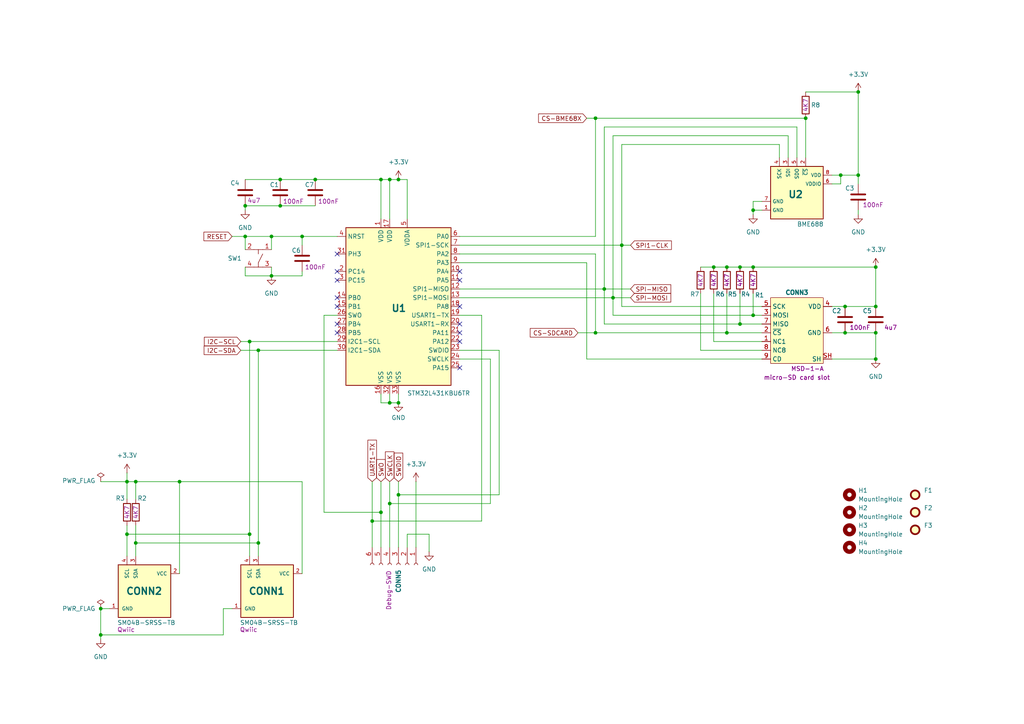
<source format=kicad_sch>
(kicad_sch (version 20231120) (generator "eeschema") (generator_version "8.0")
  (paper "A4")
  (title_block (title "BME688") (date "2024-09-18") (rev "V1") (company "Strooom"))
  (lib_symbols
    (symbol "1GlobalSymbolsLibrary:Switch_434133025816" (pin_names (offset 1.016) hide)
      (symbol "Switch_434133025816_0_1"
        (polyline (pts (xy 0 -1.27) (xy 0 -2.54)))
        (polyline (pts (xy 0 2.54) (xy 0 1.27)))
        (polyline (pts (xy 1.27 -2.54) (xy -1.27 -2.54)))
        (polyline (pts (xy 1.27 1.27) (xy 0 -1.27)))
        (polyline (pts (xy 1.27 2.54) (xy -1.27 2.54)))
      )
      (symbol "Switch_434133025816_1_1"
        (pin passive line (at 3.81 2.54 180) (length 2.54) (name "1") (number "1"))
        (pin passive line (at -3.81 2.54 0) (length 2.54) (name "2") (number "2"))
        (pin passive line (at 3.81 -2.54 180) (length 2.54) (name "3") (number "3"))
        (pin passive line (at -3.81 -2.54 0) (length 2.54) (name "4") (number "4"))
      )
    )
    (symbol "1GlobalSymbolsLibrary:microSdCard"
      (property "Reference" "CONN" (at 0 12.7 0))
      (property "Value" "MSD-1-A" (at 2.54 -10.16 0))
      (property "Description" "micro-SD card slot" (at 0 -12.7 0))
      (symbol "microSdCard_1_1"
        (rectangle (start -7.62 10.16) (end 7.62 -8.89) (fill (type background)))
        (pin input line (at -10.16 -2.54 0) (length 2.54) (name "NC1") (number "1"))
        (pin input line (at -10.16 0 0) (length 2.54) (name "~{CS}") (number "2"))
        (pin input line (at -10.16 5.08 0) (length 2.54) (name "MOSI") (number "3"))
        (pin power_in line (at 10.16 7.62 180) (length 2.54) (name "VDD") (number "4"))
        (pin input line (at -10.16 7.62 0) (length 2.54) (name "SCK") (number "5"))
        (pin power_in line (at 10.16 0 180) (length 2.54) (name "GND") (number "6"))
        (pin output line (at -10.16 2.54 0) (length 2.54) (name "MISO") (number "7"))
        (pin input line (at -10.16 -5.08 0) (length 2.54) (name "NC8") (number "8"))
        (pin output line (at -10.16 -7.62 0) (length 2.54) (name "CD") (number "9"))
        (pin passive line (at 10.16 -7.62 180) (length 2.54) (name "SH") (number "SH"))
      )
    )
    (symbol "1projectLibrary:BME680"
      (property "Reference" "U2" (at 2.032 -0.508 0))
      (property "Value" "BME680" (at 7.747 -9.144 0))
      (symbol "BME680_0_1"
        (rectangle (start -7.62 7.62) (end 7.62 -7.62) (stroke (width 0.254)) (fill (type background)))
      )
      (symbol "BME680_1_1"
        (pin power_in line (at -10.16 -5.08 0) (length 2.54) (name "GND") (number "1"))
        (pin input line (at 2.54 10.16 270) (length 2.54) (name "~{CS}") (number "2"))
        (pin input line (at -2.54 10.16 270) (length 2.54) (name "SDI") (number "3"))
        (pin input line (at -5.08 10.16 270) (length 2.54) (name "SCK") (number "4"))
        (pin output line (at 0 10.16 270) (length 2.54) (name "SDO") (number "5"))
        (pin power_in line (at 10.16 2.54 180) (length 2.54) (name "VDDIO") (number "6"))
        (pin power_in line (at -10.16 -2.54 0) (length 2.54) (name "GND") (number "7"))
        (pin power_in line (at 10.16 5.08 180) (length 2.54) (name "VDD") (number "8"))
      )
    )
    (symbol "1projectLibrary:Qwiic" (pin_names (offset 1.016))
      (property "Reference" "CONN1" (at -5.588 0 0))
      (property "Value" "SM04B-SRSS-TB(LF)(DN)(P)" (at -6.35 -10.16 0))
      (symbol "Qwiic_0_0"
        (rectangle (start -7.62 7.62) (end 7.62 -7.62) (stroke (width 0.254)) (fill (type background)))
      )
      (symbol "Qwiic_1_0"
        (pin power_in line (at -10.16 -5.08 0) (length 2.54) (name "GND") (number "1"))
        (pin power_in line (at 10.16 5.08 180) (length 2.54) (name "VCC") (number "2"))
        (pin bidirectional line (at -2.54 10.16 270) (length 2.54) (name "SDA") (number "3"))
        (pin bidirectional line (at -5.08 10.16 270) (length 2.54) (name "SCL") (number "4"))
      )
    )
    (symbol "1projectLibrary:STM32L431K"
      (property "Reference" "U1" (at -2.286 -0.508 0))
      (property "Value" "STM32L431K" (at 2.54 -25.146 0))
      (symbol "STM32L431K_0_1"
        (rectangle (start -15.24 22.86) (end 15.24 -22.86) (stroke (width 0.254)) (fill (type background)))
      )
      (symbol "STM32L431K_1_1"
        (pin power_in line (at -5.08 25.4 270) (length 2.54) (name "VDD") (number "1"))
        (pin bidirectional line (at 17.78 10.16 180) (length 2.54) (name "PA4") (number "10"))
        (pin bidirectional line (at 17.78 7.62 180) (length 2.54) (name "PA5") (number "11"))
        (pin input line (at 17.78 5.08 180) (length 2.54) (name "SPI1-MISO") (number "12"))
        (pin output line (at 17.78 2.54 180) (length 2.54) (name "SPI1-MOSI") (number "13"))
        (pin bidirectional line (at -17.78 2.54 0) (length 2.54) (name "PB0") (number "14"))
        (pin bidirectional line (at -17.78 0 0) (length 2.54) (name "PB1") (number "15"))
        (pin power_in line (at -5.08 -25.4 90) (length 2.54) (name "VSS") (number "16"))
        (pin power_in line (at -2.54 25.4 270) (length 2.54) (name "VDD") (number "17"))
        (pin bidirectional line (at 17.78 0 180) (length 2.54) (name "PA8") (number "18"))
        (pin output line (at 17.78 -2.54 180) (length 2.54) (name "USART1-TX") (number "19"))
        (pin bidirectional line (at -17.78 10.16 0) (length 2.54) (name "PC14") (number "2"))
        (pin input line (at 17.78 -5.08 180) (length 2.54) (name "USART1-RX") (number "20"))
        (pin bidirectional line (at 17.78 -7.62 180) (length 2.54) (name "PA11") (number "21"))
        (pin bidirectional line (at 17.78 -10.16 180) (length 2.54) (name "PA12") (number "22"))
        (pin bidirectional line (at 17.78 -12.7 180) (length 2.54) (name "SWDIO") (number "23"))
        (pin bidirectional line (at 17.78 -15.24 180) (length 2.54) (name "SWCLK") (number "24"))
        (pin bidirectional line (at 17.78 -17.78 180) (length 2.54) (name "PA15") (number "25"))
        (pin bidirectional line (at -17.78 -2.54 0) (length 2.54) (name "SWO") (number "26"))
        (pin bidirectional line (at -17.78 -5.08 0) (length 2.54) (name "PB4") (number "27"))
        (pin bidirectional line (at -17.78 -7.62 0) (length 2.54) (name "PB5") (number "28"))
        (pin bidirectional line (at -17.78 -10.16 0) (length 2.54) (name "I2C1-SCL") (number "29"))
        (pin bidirectional line (at -17.78 7.62 0) (length 2.54) (name "PC15") (number "3"))
        (pin bidirectional line (at -17.78 -12.7 0) (length 2.54) (name "I2C1-SDA") (number "30"))
        (pin bidirectional line (at -17.78 15.24 0) (length 2.54) (name "PH3") (number "31"))
        (pin passive line (at -2.54 -25.4 90) (length 2.54) (name "VSS") (number "32"))
        (pin passive line (at 0 -25.4 90) (length 2.54) (name "VSS") (number "33"))
        (pin input line (at -17.78 20.32 0) (length 2.54) (name "NRST") (number "4"))
        (pin power_in line (at 2.54 25.4 270) (length 2.54) (name "VDDA") (number "5"))
        (pin bidirectional line (at 17.78 20.32 180) (length 2.54) (name "PA0") (number "6"))
        (pin output line (at 17.78 17.78 180) (length 2.54) (name "SPI1-SCK") (number "7"))
        (pin bidirectional line (at 17.78 15.24 180) (length 2.54) (name "PA2") (number "8"))
        (pin bidirectional line (at 17.78 12.7 180) (length 2.54) (name "PA3") (number "9"))
      )
    )
    (symbol "Connector:Conn_01x06_Socket" (pin_names (offset 1.016) hide)
      (property "Reference" "J" (at 0 7.62 0))
      (property "Value" "Conn_01x06_Socket" (at 0 -10.16 0))
      (symbol "Conn_01x06_Socket_1_1"
        (arc (start 0 -7.112) (mid -0.5058 -7.62) (end 0 -8.128) (stroke (width 0.1524)))
        (arc (start 0 -4.572) (mid -0.5058 -5.08) (end 0 -5.588) (stroke (width 0.1524)))
        (arc (start 0 -2.032) (mid -0.5058 -2.54) (end 0 -3.048) (stroke (width 0.1524)))
        (polyline (pts (xy -1.27 -7.62) (xy -0.508 -7.62)) (stroke (width 0.1524)))
        (polyline (pts (xy -1.27 -5.08) (xy -0.508 -5.08)) (stroke (width 0.1524)))
        (polyline (pts (xy -1.27 -2.54) (xy -0.508 -2.54)) (stroke (width 0.1524)))
        (polyline (pts (xy -1.27 0) (xy -0.508 0)) (stroke (width 0.1524)))
        (polyline (pts (xy -1.27 2.54) (xy -0.508 2.54)) (stroke (width 0.1524)))
        (polyline (pts (xy -1.27 5.08) (xy -0.508 5.08)) (stroke (width 0.1524)))
        (arc (start 0 0.508) (mid -0.5058 0) (end 0 -0.508) (stroke (width 0.1524)))
        (arc (start 0 3.048) (mid -0.5058 2.54) (end 0 2.032) (stroke (width 0.1524)))
        (arc (start 0 5.588) (mid -0.5058 5.08) (end 0 4.572) (stroke (width 0.1524)))
        (pin passive line (at -5.08 5.08 0) (length 3.81) (name "Pin_1") (number "1"))
        (pin passive line (at -5.08 2.54 0) (length 3.81) (name "Pin_2") (number "2"))
        (pin passive line (at -5.08 0 0) (length 3.81) (name "Pin_3") (number "3"))
        (pin passive line (at -5.08 -2.54 0) (length 3.81) (name "Pin_4") (number "4"))
        (pin passive line (at -5.08 -5.08 0) (length 3.81) (name "Pin_5") (number "5"))
        (pin passive line (at -5.08 -7.62 0) (length 3.81) (name "Pin_6") (number "6"))
      )
    )
    (symbol "Device:C" (pin_numbers hide) (pin_names (offset 0.254))
      (property "Reference" "C" (at 0.635 2.54 0))
      (property "Value" "C" (at 0.635 -2.54 0))
      (symbol "C_0_1"
        (polyline (pts (xy -2.032 -0.762) (xy 2.032 -0.762)) (stroke (width 0.508)))
        (polyline (pts (xy -2.032 0.762) (xy 2.032 0.762)) (stroke (width 0.508)))
      )
      (symbol "C_1_1"
        (pin passive line (at 0 3.81 270) (length 2.794) (name "~") (number "1"))
        (pin passive line (at 0 -3.81 90) (length 2.794) (name "~") (number "2"))
      )
    )
    (symbol "Device:R" (pin_numbers hide) (pin_names (offset 0))
      (property "Reference" "R" (at 2.032 0 90))
      (property "Value" "R" (at 0 0 90))
      (symbol "R_0_1"
        (rectangle (start -1.016 -2.54) (end 1.016 2.54) (stroke (width 0.254)))
      )
      (symbol "R_1_1"
        (pin passive line (at 0 3.81 270) (length 1.27) (name "~") (number "1"))
        (pin passive line (at 0 -3.81 90) (length 1.27) (name "~") (number "2"))
      )
    )
    (symbol "Mechanical:Fiducial"
      (property "Reference" "FID" (at 0 5.08 0))
      (property "Value" "Fiducial" (at 0 3.175 0))
      (symbol "Fiducial_0_1"
        (circle (center 0 0) (radius 1.27) (stroke (width 0.508)) (fill (type background)))
      )
    )
    (symbol "Mechanical:MountingHole" (pin_names (offset 1.016)) (exclude_from_sim yes) (in_bom no)
      (property "Reference" "H" (at 0 5.08 0))
      (property "Value" "MountingHole" (at 0 3.175 0))
      (symbol "MountingHole_0_1"
        (circle (center 0 0) (radius 1.27) (stroke (width 1.27)))
      )
    )
    (symbol "power:+3.3V" (power) (pin_numbers hide) (pin_names (offset 0) hide)
      (property "Value" "+3.3V" (at 0 3.556 0))
      (symbol "+3.3V_0_1"
        (polyline (pts (xy -0.762 1.27) (xy 0 2.54)))
        (polyline (pts (xy 0 0) (xy 0 2.54)))
        (polyline (pts (xy 0 2.54) (xy 0.762 1.27)))
      )
      (symbol "+3.3V_1_1"
        (pin power_in line (at 0 0 90) (length 0) (name "~") (number "1"))
      )
    )
    (symbol "power:GND" (power) (pin_numbers hide) (pin_names (offset 0) hide)
      (property "Value" "GND" (at 0 -3.81 0))
      (symbol "GND_0_1"
        (polyline (pts (xy 0 0) (xy 0 -1.27) (xy 1.27 -1.27) (xy 0 -2.54) (xy -1.27 -1.27) (xy 0 -1.27)))
      )
      (symbol "GND_1_1"
        (pin power_in line (at 0 0 270) (length 0) (name "~") (number "1"))
      )
    )
    (symbol "power:PWR_FLAG" (power) (pin_numbers hide) (pin_names (offset 0) hide)
      (property "Value" "PWR_FLAG" (at 0 3.81 0))
      (symbol "PWR_FLAG_0_0"
        (pin power_out line (at 0 0 90) (length 0) (name "~") (number "1"))
      )
      (symbol "PWR_FLAG_0_1"
        (polyline (pts (xy 0 0) (xy 0 1.27) (xy -1.016 1.905) (xy 0 2.54) (xy 1.016 1.905) (xy 0 1.27)))
      )
    )
  )
  (junction (at 91.44 52.07))
  (junction (at 214.63 93.98))
  (junction (at 52.07 139.7))
  (junction (at 245.11 88.9))
  (junction (at 39.37 157.48))
  (junction (at 110.49 52.07))
  (junction (at 210.82 77.47))
  (junction (at 39.37 139.7))
  (junction (at 87.63 68.58))
  (junction (at 29.21 184.15))
  (junction (at 36.83 139.7))
  (junction (at 72.39 99.06))
  (junction (at 175.26 83.82))
  (junction (at 29.21 176.53))
  (junction (at 113.03 116.84))
  (junction (at 210.82 96.52))
  (junction (at 218.44 60.96))
  (junction (at 78.74 68.58))
  (junction (at 254 104.14))
  (junction (at 254 88.9))
  (junction (at 110.49 148.59))
  (junction (at 254 77.47))
  (junction (at 115.57 116.84))
  (junction (at 180.34 71.12))
  (junction (at 72.39 154.94))
  (junction (at 113.03 52.07))
  (junction (at 177.8 86.36))
  (junction (at 36.83 154.94))
  (junction (at 107.95 151.13))
  (junction (at 214.63 77.47))
  (junction (at 74.93 157.48))
  (junction (at 218.44 77.47))
  (junction (at 115.57 143.51))
  (junction (at 71.12 68.58))
  (junction (at 207.01 77.47))
  (junction (at 245.11 96.52))
  (junction (at 71.12 59.69))
  (junction (at 74.93 101.6))
  (junction (at 248.92 50.8))
  (junction (at 115.57 52.07))
  (junction (at 243.84 50.8))
  (junction (at 218.44 91.44))
  (junction (at 254 96.52))
  (junction (at 248.92 26.67))
  (junction (at 81.28 59.69))
  (junction (at 233.68 34.29))
  (junction (at 172.72 96.52))
  (junction (at 113.03 146.05))
  (junction (at 81.28 52.07))
  (junction (at 78.74 80.01))
  (junction (at 172.72 34.29))
  (no_connect (at 133.35 106.68))
  (no_connect (at 97.79 86.36))
  (no_connect (at 133.35 81.28))
  (no_connect (at 97.79 96.52))
  (no_connect (at 97.79 78.74))
  (no_connect (at 133.35 88.9))
  (no_connect (at 97.79 81.28))
  (no_connect (at 97.79 73.66))
  (no_connect (at 133.35 96.52))
  (no_connect (at 133.35 78.74))
  (no_connect (at 97.79 88.9))
  (no_connect (at 97.79 93.98))
  (no_connect (at 133.35 99.06))
  (no_connect (at 133.35 93.98))
  (wire (pts (xy 74.93 157.48) (xy 39.37 157.48)))
  (wire (pts (xy 39.37 157.48) (xy 39.37 161.29)))
  (wire (pts (xy 220.98 58.42) (xy 218.44 58.42)))
  (wire (pts (xy 36.83 154.94) (xy 36.83 161.29)))
  (wire (pts (xy 243.84 53.34) (xy 243.84 50.8)))
  (wire (pts (xy 203.2 101.6) (xy 220.98 101.6)))
  (wire (pts (xy 248.92 50.8) (xy 248.92 26.67)))
  (wire (pts (xy 78.74 77.47) (xy 78.74 80.01)))
  (wire (pts (xy 72.39 154.94) (xy 36.83 154.94)))
  (wire (pts (xy 177.8 86.36) (xy 182.88 86.36)))
  (wire (pts (xy 170.18 34.29) (xy 172.72 34.29)))
  (wire (pts (xy 78.74 80.01) (xy 87.63 80.01)))
  (wire (pts (xy 214.63 85.09) (xy 214.63 93.98)))
  (wire (pts (xy 52.07 139.7) (xy 52.07 166.37)))
  (wire (pts (xy 231.14 36.83) (xy 175.26 36.83)))
  (wire (pts (xy 115.57 52.07) (xy 118.11 52.07)))
  (wire (pts (xy 177.8 39.37) (xy 177.8 86.36)))
  (wire (pts (xy 52.07 139.7) (xy 87.63 139.7)))
  (wire (pts (xy 241.3 96.52) (xy 245.11 96.52)))
  (wire (pts (xy 97.79 91.44) (xy 93.98 91.44)))
  (wire (pts (xy 133.35 86.36) (xy 177.8 86.36)))
  (wire (pts (xy 29.21 139.7) (xy 36.83 139.7)))
  (wire (pts (xy 218.44 58.42) (xy 218.44 60.96)))
  (wire (pts (xy 133.35 91.44) (xy 139.7 91.44)))
  (wire (pts (xy 218.44 85.09) (xy 218.44 91.44)))
  (wire (pts (xy 180.34 41.91) (xy 180.34 71.12)))
  (wire (pts (xy 139.7 91.44) (xy 139.7 151.13)))
  (wire (pts (xy 133.35 83.82) (xy 175.26 83.82)))
  (wire (pts (xy 167.64 96.52) (xy 172.72 96.52)))
  (wire (pts (xy 113.03 52.07) (xy 113.03 63.5)))
  (wire (pts (xy 71.12 72.39) (xy 71.12 68.58)))
  (wire (pts (xy 241.3 88.9) (xy 245.11 88.9)))
  (wire (pts (xy 120.65 139.7) (xy 120.65 158.75)))
  (wire (pts (xy 203.2 85.09) (xy 203.2 101.6)))
  (wire (pts (xy 71.12 77.47) (xy 71.12 80.01)))
  (wire (pts (xy 245.11 88.9) (xy 254 88.9)))
  (wire (pts (xy 87.63 139.7) (xy 87.63 166.37)))
  (wire (pts (xy 118.11 154.94) (xy 124.46 154.94)))
  (wire (pts (xy 228.6 39.37) (xy 177.8 39.37)))
  (wire (pts (xy 69.85 101.6) (xy 74.93 101.6)))
  (wire (pts (xy 133.35 76.2) (xy 170.18 76.2)))
  (wire (pts (xy 93.98 91.44) (xy 93.98 148.59)))
  (wire (pts (xy 107.95 158.75) (xy 107.95 151.13)))
  (wire (pts (xy 175.26 36.83) (xy 175.26 83.82)))
  (wire (pts (xy 207.01 99.06) (xy 220.98 99.06)))
  (wire (pts (xy 175.26 93.98) (xy 175.26 83.82)))
  (wire (pts (xy 170.18 76.2) (xy 170.18 104.14)))
  (wire (pts (xy 124.46 154.94) (xy 124.46 160.02)))
  (wire (pts (xy 110.49 139.7) (xy 110.49 148.59)))
  (wire (pts (xy 87.63 80.01) (xy 87.63 78.74)))
  (wire (pts (xy 69.85 99.06) (xy 72.39 99.06)))
  (wire (pts (xy 133.35 71.12) (xy 180.34 71.12)))
  (wire (pts (xy 72.39 99.06) (xy 72.39 154.94)))
  (wire (pts (xy 71.12 52.07) (xy 81.28 52.07)))
  (wire (pts (xy 210.82 96.52) (xy 220.98 96.52)))
  (wire (pts (xy 241.3 53.34) (xy 243.84 53.34)))
  (wire (pts (xy 220.98 60.96) (xy 218.44 60.96)))
  (wire (pts (xy 81.28 59.69) (xy 91.44 59.69)))
  (wire (pts (xy 175.26 93.98) (xy 214.63 93.98)))
  (wire (pts (xy 74.93 157.48) (xy 74.93 161.29)))
  (wire (pts (xy 133.35 101.6) (xy 144.78 101.6)))
  (wire (pts (xy 110.49 52.07) (xy 110.49 63.5)))
  (wire (pts (xy 172.72 68.58) (xy 172.72 34.29)))
  (wire (pts (xy 93.98 148.59) (xy 110.49 148.59)))
  (wire (pts (xy 107.95 139.7) (xy 107.95 151.13)))
  (wire (pts (xy 78.74 68.58) (xy 87.63 68.58)))
  (wire (pts (xy 172.72 34.29) (xy 233.68 34.29)))
  (wire (pts (xy 207.01 85.09) (xy 207.01 99.06)))
  (wire (pts (xy 170.18 104.14) (xy 220.98 104.14)))
  (wire (pts (xy 97.79 101.6) (xy 74.93 101.6)))
  (wire (pts (xy 29.21 184.15) (xy 29.21 185.42)))
  (wire (pts (xy 78.74 72.39) (xy 78.74 68.58)))
  (wire (pts (xy 133.35 104.14) (xy 142.24 104.14)))
  (wire (pts (xy 110.49 148.59) (xy 110.49 158.75)))
  (wire (pts (xy 226.06 41.91) (xy 180.34 41.91)))
  (wire (pts (xy 87.63 71.12) (xy 87.63 68.58)))
  (wire (pts (xy 64.77 184.15) (xy 29.21 184.15)))
  (wire (pts (xy 175.26 83.82) (xy 182.88 83.82)))
  (wire (pts (xy 110.49 116.84) (xy 113.03 116.84)))
  (wire (pts (xy 218.44 77.47) (xy 254 77.47)))
  (wire (pts (xy 67.31 176.53) (xy 64.77 176.53)))
  (wire (pts (xy 248.92 50.8) (xy 243.84 50.8)))
  (wire (pts (xy 113.03 114.3) (xy 113.03 116.84)))
  (wire (pts (xy 71.12 80.01) (xy 78.74 80.01)))
  (wire (pts (xy 113.03 139.7) (xy 113.03 146.05)))
  (wire (pts (xy 113.03 158.75) (xy 113.03 146.05)))
  (wire (pts (xy 172.72 96.52) (xy 210.82 96.52)))
  (wire (pts (xy 36.83 152.4) (xy 36.83 154.94)))
  (wire (pts (xy 248.92 53.34) (xy 248.92 50.8)))
  (wire (pts (xy 233.68 34.29) (xy 233.68 45.72)))
  (wire (pts (xy 36.83 139.7) (xy 39.37 139.7)))
  (wire (pts (xy 29.21 176.53) (xy 29.21 184.15)))
  (wire (pts (xy 133.35 68.58) (xy 172.72 68.58)))
  (wire (pts (xy 72.39 154.94) (xy 72.39 161.29)))
  (wire (pts (xy 118.11 158.75) (xy 118.11 154.94)))
  (wire (pts (xy 36.83 139.7) (xy 36.83 144.78)))
  (wire (pts (xy 231.14 45.72) (xy 231.14 36.83)))
  (wire (pts (xy 52.07 139.7) (xy 39.37 139.7)))
  (wire (pts (xy 245.11 96.52) (xy 254 96.52)))
  (wire (pts (xy 254 96.52) (xy 254 104.14)))
  (wire (pts (xy 177.8 91.44) (xy 177.8 86.36)))
  (wire (pts (xy 31.75 176.53) (xy 29.21 176.53)))
  (wire (pts (xy 210.82 77.47) (xy 214.63 77.47)))
  (wire (pts (xy 228.6 45.72) (xy 228.6 39.37)))
  (wire (pts (xy 115.57 143.51) (xy 144.78 143.51)))
  (wire (pts (xy 39.37 139.7) (xy 39.37 144.78)))
  (wire (pts (xy 74.93 101.6) (xy 74.93 157.48)))
  (wire (pts (xy 233.68 26.67) (xy 248.92 26.67)))
  (wire (pts (xy 133.35 73.66) (xy 172.72 73.66)))
  (wire (pts (xy 36.83 137.16) (xy 36.83 139.7)))
  (wire (pts (xy 177.8 91.44) (xy 218.44 91.44)))
  (wire (pts (xy 115.57 114.3) (xy 115.57 116.84)))
  (wire (pts (xy 214.63 93.98) (xy 220.98 93.98)))
  (wire (pts (xy 87.63 68.58) (xy 97.79 68.58)))
  (wire (pts (xy 254 77.47) (xy 254 88.9)))
  (wire (pts (xy 67.31 68.58) (xy 71.12 68.58)))
  (wire (pts (xy 203.2 77.47) (xy 207.01 77.47)))
  (wire (pts (xy 64.77 176.53) (xy 64.77 184.15)))
  (wire (pts (xy 113.03 116.84) (xy 115.57 116.84)))
  (wire (pts (xy 110.49 114.3) (xy 110.49 116.84)))
  (wire (pts (xy 226.06 45.72) (xy 226.06 41.91)))
  (wire (pts (xy 207.01 77.47) (xy 210.82 77.47)))
  (wire (pts (xy 71.12 59.69) (xy 81.28 59.69)))
  (wire (pts (xy 97.79 99.06) (xy 72.39 99.06)))
  (wire (pts (xy 107.95 151.13) (xy 139.7 151.13)))
  (wire (pts (xy 115.57 158.75) (xy 115.57 143.51)))
  (wire (pts (xy 241.3 50.8) (xy 243.84 50.8)))
  (wire (pts (xy 71.12 68.58) (xy 78.74 68.58)))
  (wire (pts (xy 248.92 60.96) (xy 248.92 62.23)))
  (wire (pts (xy 71.12 59.69) (xy 71.12 60.96)))
  (wire (pts (xy 118.11 52.07) (xy 118.11 63.5)))
  (wire (pts (xy 241.3 104.14) (xy 254 104.14)))
  (wire (pts (xy 182.88 71.12) (xy 180.34 71.12)))
  (wire (pts (xy 218.44 60.96) (xy 218.44 62.23)))
  (wire (pts (xy 110.49 52.07) (xy 113.03 52.07)))
  (wire (pts (xy 91.44 52.07) (xy 110.49 52.07)))
  (wire (pts (xy 180.34 88.9) (xy 220.98 88.9)))
  (wire (pts (xy 180.34 71.12) (xy 180.34 88.9)))
  (wire (pts (xy 210.82 85.09) (xy 210.82 96.52)))
  (wire (pts (xy 220.98 91.44) (xy 218.44 91.44)))
  (wire (pts (xy 172.72 73.66) (xy 172.72 96.52)))
  (wire (pts (xy 113.03 146.05) (xy 142.24 146.05)))
  (wire (pts (xy 144.78 101.6) (xy 144.78 143.51)))
  (wire (pts (xy 81.28 52.07) (xy 91.44 52.07)))
  (wire (pts (xy 39.37 152.4) (xy 39.37 157.48)))
  (wire (pts (xy 214.63 77.47) (xy 218.44 77.47)))
  (wire (pts (xy 142.24 104.14) (xy 142.24 146.05)))
  (wire (pts (xy 115.57 139.7) (xy 115.57 143.51)))
  (wire (pts (xy 113.03 52.07) (xy 115.57 52.07)))
  (global_label "SPI1-CLK" (shape input) (at 182.88 71.12 0) (property "Intersheetrefs" "${INTERSHEET_REFS}" (effects (hide yes))))
  (global_label "CS-BME68X" (shape input) (at 170.18 34.29 180) (property "Intersheetrefs" "${INTERSHEET_REFS}" (effects (hide yes))))
  (global_label "SPI-MISO" (shape input) (at 182.88 83.82 0) (property "Intersheetrefs" "${INTERSHEET_REFS}" (effects (hide yes))))
  (global_label "I2C-SDA" (shape input) (at 69.85 101.6 180) (property "Intersheetrefs" "${INTERSHEET_REFS}" (effects (hide yes))))
  (global_label "SPI-MOSI" (shape input) (at 182.88 86.36 0) (property "Intersheetrefs" "${INTERSHEET_REFS}" (effects (hide yes))))
  (global_label "UART1-TX" (shape input) (at 107.95 139.7 90) (property "Intersheetrefs" "${INTERSHEET_REFS}" (effects (hide yes))))
  (global_label "RESET" (shape input) (at 67.31 68.58 180) (property "Intersheetrefs" "${INTERSHEET_REFS}" (effects (hide yes))))
  (global_label "CS-SDCARD" (shape input) (at 167.64 96.52 180) (property "Intersheetrefs" "${INTERSHEET_REFS}" (effects (hide yes))))
  (global_label "SWO" (shape input) (at 110.49 139.7 90) (property "Intersheetrefs" "${INTERSHEET_REFS}" (effects (hide yes))))
  (global_label "SWCLK" (shape input) (at 113.03 139.7 90) (property "Intersheetrefs" "${INTERSHEET_REFS}" (effects (hide yes))))
  (global_label "SWDIO" (shape input) (at 115.57 139.7 90) (property "Intersheetrefs" "${INTERSHEET_REFS}" (effects (hide yes))))
  (global_label "I2C-SCL" (shape input) (at 69.85 99.06 180) (property "Intersheetrefs" "${INTERSHEET_REFS}" (effects (hide yes))))
  (symbol (lib_id "power:GND") (at 29.21 185.42 0) (unit 1)
    (property "Reference" "#PWR08" (effects (hide yes)))
    (property "Value" "GND" (at 29.21 190.5 0))
    (property "Description" "Power symbol creates a global label with name \"GND\" , ground" (effects (hide yes)))
  )
  (symbol (lib_id "power:GND") (at 248.92 62.23 0) (unit 1)
    (property "Reference" "#PWR012" (effects (hide yes)))
    (property "Value" "GND" (at 248.92 67.31 0))
    (property "Description" "Power symbol creates a global label with name \"GND\" , ground" (effects (hide yes)))
  )
  (symbol (lib_id "1projectLibrary:Qwiic") (at 77.47 171.45 0) (unit 1)
    (property "Reference" "CONN1" (at 71.882 171.45 0) (effects (font (size 2 2) (bold yes)) (justify left)))
    (property "Value" "SM04B-SRSS-TB" (at 69.596 180.594 0) (effects (justify left)))
    (property "Footprint" "1projectLibrary:JST_SH_SM04B-SRSS-TB_1x04-1MP_P1.00mm_Horizontal" (effects (hide yes)))
    (property "Datasheet" "https://www.mouser.be/datasheet/2/813/eSH-2487316.pdf" (effects (hide yes)))
    (property "Description" "Qwiic" (at 72.136 182.626 0))
    (property "manufacturerName" "Sparkfun - JST" (effects (hide yes)))
    (property "mouserPartNumber" "306-SM04BSRSSTBLFDNP" (effects (hide yes)))
    (property "manufacturerPartNumber" "SM04B-SRSS-TB" (effects (hide yes)))
    (property "octopartUrl" "https://octopart.com/sm04b-srss-tb%28lf%29%28dn%29%28p%29-jst-154671066?r=sp" (effects (hide yes)))
  )
  (symbol (lib_id "Mechanical:Fiducial") (at 265.43 148.59 0) (unit 1)
    (property "Reference" "F2" (at 267.97 147.3199 0) (effects (justify left)))
    (property "Value" "Fiducial" (effects (hide yes)))
    (property "Footprint" "Fiducial:Fiducial_0.75mm_Mask1.5mm" (effects (hide yes)))
    (property "Datasheet" "notApplicable" (effects (hide yes)))
    (property "Description" "Fiducial" (effects (hide yes)))
    (property "manufacturerName" "notApplicable" (effects (hide yes)))
    (property "manufacturerPartNumber" "notApplicable" (effects (hide yes)))
    (property "digikeyPartNumber" "notApplicable" (effects (hide yes)))
    (property "mouserPartNumber" "notApplicable" (effects (hide yes)))
    (property "octopartUrl" "notApplicable" (effects (hide yes)))
  )
  (symbol (lib_id "Mechanical:Fiducial") (at 265.43 143.51 0) (unit 1)
    (property "Reference" "F1" (at 267.97 142.2399 0) (effects (justify left)))
    (property "Value" "Fiducial" (effects (hide yes)))
    (property "Footprint" "Fiducial:Fiducial_0.75mm_Mask1.5mm" (effects (hide yes)))
    (property "Datasheet" "notApplicable" (effects (hide yes)))
    (property "Description" "Fiducial" (effects (hide yes)))
    (property "manufacturerName" "notApplicable" (effects (hide yes)))
    (property "manufacturerPartNumber" "notApplicable" (effects (hide yes)))
    (property "digikeyPartNumber" "notApplicable" (effects (hide yes)))
    (property "mouserPartNumber" "notApplicable" (effects (hide yes)))
    (property "octopartUrl" "notApplicable" (effects (hide yes)))
  )
  (symbol (lib_id "power:GND") (at 124.46 160.02 0) (unit 1)
    (property "Reference" "#PWR018" (effects (hide yes)))
    (property "Value" "GND" (at 124.46 165.1 0))
    (property "Description" "Power symbol creates a global label with name \"GND\" , ground" (effects (hide yes)))
  )
  (symbol (lib_id "1GlobalSymbolsLibrary:microSdCard") (at 231.14 96.52 0) (unit 1)
    (property "Reference" "CONN3" (at 231.14 84.836 0) (effects (font (bold yes))))
    (property "Value" "MSD-1-A" (effects (hide yes)))
    (property "Footprint" "1GlobalFootprintsLibrary:MSD-1-A" (effects (hide yes)))
    (property "Datasheet" "https://www.mouser.be/datasheet/2/670/msd_1_a-3367597.pdf" (effects (hide yes)))
    (property "Description" "micro-SD card slot" (at 231.14 109.474 0))
    (property "manufacturerName" "CUI Devices" (effects (hide yes)))
    (property "mouserPartNumber" "179-MSD-1-A" (effects (hide yes)))
    (property "manufacturerPartNumber" "MSD-1-A" (at 234.188 106.934 0))
    (property "octopartUrl" "https://octopart.com/msd-1-a-same+sky-145369555?r=sp" (effects (hide yes)))
  )
  (symbol (lib_id "power:+3.3V") (at 248.92 26.67 0) (unit 1)
    (property "Reference" "#PWR05" (effects (hide yes)))
    (property "Value" "+3.3V" (at 248.92 21.59 0))
    (property "Description" "Power symbol creates a global label with name \"+3.3V\"" (effects (hide yes)))
  )
  (symbol (lib_id "Device:C") (at 71.12 55.88 0) (unit 1)
    (property "Reference" "C4" (at 66.802 53.086 0) (effects (justify left)))
    (property "Value" "C0603C475K8PAC7411" (effects (hide yes)))
    (property "Footprint" "1GlobalFootprintsLibrary:C_0603_nominal" (effects (hide yes)))
    (property "Datasheet" "https://www.mouser.be/datasheet/2/447/KEM_C1006_X5R_SMD-3316465.pdf" (effects (hide yes)))
    (property "Description" "4u7" (at 73.66 58.166 0))
    (property "digikeyPartNumber" "399-C0603C475K8PAC7411CT-ND" (effects (hide yes)))
    (property "manufacturerName" "Yageo - Kemet" (effects (hide yes)))
    (property "manufacturerPartNumber" "C0603C475K8PAC7411" (effects (hide yes)))
    (property "mouserPartNumber" "80-C0603C475K8PACLR" (effects (hide yes)))
    (property "octopartUrl" "https://octopart.com/c0603c475k8pac7411-kemet-75146718?r=" (effects (hide yes)))
    (property "GPN" "GPC0603475" (effects (hide yes)))
  )
  (symbol (lib_id "power:GND") (at 78.74 80.01 0) (unit 1)
    (property "Reference" "#PWR013" (effects (hide yes)))
    (property "Value" "GND" (at 78.74 85.09 0))
    (property "Description" "Power symbol creates a global label with name \"GND\" , ground" (effects (hide yes)))
  )
  (symbol (lib_id "1projectLibrary:STM32L431K") (at 115.57 88.9 0) (unit 1)
    (property "Reference" "U1" (at 113.284 89.408 0) (effects (font (size 2 2) (bold yes)) (justify left)))
    (property "Value" "STM32L431KBU6TR" (at 118.11 114.046 0) (effects (justify left)))
    (property "Footprint" "1projectLibrary:STM32-QFN-32-1EP" (effects (hide yes)))
    (property "Datasheet" "https://www.st.com/resource/en/datasheet/stm32l431kb.pdf" (effects (hide yes)))
    (property "Description" "STMicroelectronics Arm Cortex-M4 MCU, 128-256KB flash, 64KB RAM, 80 MHz, 1.71-3.6V, 26 GPIO, UFQFPN32" (effects (hide yes)))
    (property "digikeyPartNumber" "497-18831-1-ND" (effects (hide yes)))
    (property "manufacturerName" "ST" (effects (hide yes)))
    (property "manufacturerPartNumber" "STM32L431KBU6TR" (effects (hide yes)))
    (property "mouserPartNumber" "511-STM32L431KBU6TR" (effects (hide yes)))
    (property "octopartUrl" "https://octopart.com/stm32l431kbu6tr-stmicroelectronics-89206856?r=sp" (effects (hide yes)))
  )
  (symbol (lib_id "Device:R") (at 36.83 148.59 0) (unit 1)
    (property "Reference" "R3" (at 33.528 144.526 0) (effects (justify left)))
    (property "Value" "CR0603-FX-4701ELF" (effects (hide yes)))
    (property "Footprint" "1GlobalFootprintsLibrary:R_0603_nominal" (effects (hide yes)))
    (property "Datasheet" "https://www.mouser.be/datasheet/2/54/cr-1858361.pdf" (effects (hide yes)))
    (property "Description" "4K7" (at 36.83 148.59 90))
    (property "GPN" "GPR06034K7" (effects (hide yes)))
    (property "manufacturerName" "Bourns" (effects (hide yes)))
    (property "manufacturerPartNumber" "CR0603-FX-4701ELF" (effects (hide yes)))
    (property "mouserPartNumber" "652-CR0603FX-4701ELF" (effects (hide yes)))
    (property "digikeyPartNumber" "CR0603-FX-4701ELFCT-ND" (effects (hide yes)))
    (property "octopartUrl" "https://octopart.com/cr0603-fx-4701elf-bourns-3867100?r=sp" (effects (hide yes)))
  )
  (symbol (lib_id "Device:C") (at 81.28 55.88 0) (unit 1)
    (property "Reference" "C1" (at 78.232 53.594 0) (effects (justify left)))
    (property "Value" "KGM15AR71C104KT" (effects (hide yes)))
    (property "Footprint" "1GlobalFootprintsLibrary:C_0603_nominal" (effects (hide yes)))
    (property "Datasheet" "https://www.mouser.be/datasheet/2/40/KGM_X7R-3223212.pdf" (effects (hide yes)))
    (property "Description" "100nF" (at 85.09 58.42 0))
    (property "digikeyPartNumber" "478-KGM15AR71C104KTCT-ND" (effects (hide yes)))
    (property "manufacturerName" "KYOCERA AVX" (effects (hide yes)))
    (property "manufacturerPartNumber" "KGM15AR71C104KT" (effects (hide yes)))
    (property "mouserPartNumber" "581-KGM15AR71C104KT" (effects (hide yes)))
    (property "octopartUrl" "https://octopart.com/kgm15ar71c104kt-avx-136559929?r=sp" (effects (hide yes)))
    (property "GPN" "GPC0603104" (effects (hide yes)))
  )
  (symbol (lib_id "1projectLibrary:BME680") (at 231.14 55.88 0) (unit 1)
    (property "Reference" "U2" (at 233.172 56.388 0) (effects (font (size 2 2) (bold yes)) (justify right)))
    (property "Value" "BME688" (at 238.887 65.024 0) (effects (justify right)))
    (property "Footprint" "1GlobalFootprintsLibrary:BME680" (effects (hide yes)))
    (property "Datasheet" "https://www.bosch-sensortec.com/media/boschsensortec/downloads/datasheets/bst-bme688-ds000.pdf" (effects (hide yes)))
    (property "Description" "Air Quality Sensors MEMS gas, humidity, pressure and temperature sensor" (effects (hide yes)))
    (property "manufacturerName" "Bosch Sensortec" (effects (hide yes)))
    (property "manufacturerPartNumber" "BME688" (effects (hide yes)))
    (property "digikeyPartNumber" "828-BME688CT-ND" (effects (hide yes)))
    (property "mouserPartNumber" "262-BME688" (effects (hide yes)))
    (property "octopartUrl" "https://octopart.com/bme688-bosch+tools-116090840?r=sp" (effects (hide yes)))
  )
  (symbol (lib_id "Device:C") (at 91.44 55.88 0) (unit 1)
    (property "Reference" "C7" (at 88.392 53.594 0) (effects (justify left)))
    (property "Value" "KGM15AR71C104KT" (effects (hide yes)))
    (property "Footprint" "1GlobalFootprintsLibrary:C_0603_nominal" (effects (hide yes)))
    (property "Datasheet" "https://www.mouser.be/datasheet/2/40/KGM_X7R-3223212.pdf" (effects (hide yes)))
    (property "Description" "100nF" (at 95.25 58.42 0))
    (property "digikeyPartNumber" "478-KGM15AR71C104KTCT-ND" (effects (hide yes)))
    (property "manufacturerName" "KYOCERA AVX" (effects (hide yes)))
    (property "manufacturerPartNumber" "KGM15AR71C104KT" (effects (hide yes)))
    (property "mouserPartNumber" "581-KGM15AR71C104KT" (effects (hide yes)))
    (property "octopartUrl" "https://octopart.com/kgm15ar71c104kt-avx-136559929?r=sp" (effects (hide yes)))
    (property "GPN" "GPC0603104" (effects (hide yes)))
  )
  (symbol (lib_id "power:GND") (at 115.57 116.84 0) (unit 1)
    (property "Reference" "#PWR09" (effects (hide yes)))
    (property "Value" "GND" (at 115.57 121.158 0))
    (property "Description" "Power symbol creates a global label with name \"GND\" , ground" (effects (hide yes)))
  )
  (symbol (lib_id "Device:R") (at 233.68 30.48 0) (unit 1)
    (property "Reference" "R8" (at 235.204 30.48 0) (effects (justify left)))
    (property "Value" "CR0603-FX-4701ELF" (effects (hide yes)))
    (property "Footprint" "1GlobalFootprintsLibrary:R_0603_nominal" (effects (hide yes)))
    (property "Datasheet" "https://www.mouser.be/datasheet/2/54/cr-1858361.pdf" (effects (hide yes)))
    (property "Description" "4K7" (at 233.68 30.48 90))
    (property "GPN" "GPR06034K7" (effects (hide yes)))
    (property "manufacturerName" "Bourns" (effects (hide yes)))
    (property "manufacturerPartNumber" "CR0603-FX-4701ELF" (effects (hide yes)))
    (property "mouserPartNumber" "652-CR0603FX-4701ELF" (effects (hide yes)))
    (property "digikeyPartNumber" "CR0603-FX-4701ELFCT-ND" (effects (hide yes)))
    (property "octopartUrl" "https://octopart.com/cr0603-fx-4701elf-bourns-3867100?r=sp" (effects (hide yes)))
  )
  (symbol (lib_id "Connector:Conn_01x06_Socket") (at 115.57 163.83 270) (unit 1)
    (property "Reference" "CONN5" (at 115.57 165.1 0) (effects (font (bold yes)) (justify left)))
    (property "Value" "notApplicable" (effects (hide yes)))
    (property "Footprint" "1projectLibrary:DebugConnector_1x06_P2.54mm" (effects (hide yes)))
    (property "Datasheet" "notApplicable" (effects (hide yes)))
    (property "Description" "Debug-SWD" (at 112.776 171.196 0))
    (property "digikeyPartNumber" "notApplicable" (effects (hide yes)))
    (property "manufacturerName" "notApplicable" (effects (hide yes)))
    (property "manufacturerPartNumber" "notApplicable" (effects (hide yes)))
    (property "mouserPartNumber" "notApplicable" (effects (hide yes)))
    (property "octopartUrl" "notApplicable" (effects (hide yes)))
  )
  (symbol (lib_id "Mechanical:MountingHole") (at 246.38 143.51 0) (unit 1) (exclude_from_sim yes) (in_bom no)
    (property "Reference" "H1" (at 248.92 142.2399 0) (effects (justify left)))
    (property "Value" "MountingHole" (at 248.92 144.7799 0) (effects (justify left)))
    (property "Footprint" "MountingHole:MountingHole_2.2mm_M2" (effects (hide yes)))
    (property "Datasheet" "notApplicable" (effects (hide yes)))
    (property "Description" "Mounting Hole without connection" (effects (hide yes)))
    (property "digikeyPartNumber" "notApplicable" (effects (hide yes)))
    (property "manufacturerName" "notApplicable" (effects (hide yes)))
    (property "manufacturerPartNumber" "notApplicable" (effects (hide yes)))
    (property "mouserPartNumber" "notApplicable" (effects (hide yes)))
    (property "octopartUrl" "notApplicable" (effects (hide yes)))
  )
  (symbol (lib_id "power:PWR_FLAG") (at 29.21 176.53 0) (unit 1)
    (property "Reference" "#FLG02" (effects (hide yes)))
    (property "Value" "PWR_FLAG" (at 22.86 176.53 0))
    (property "Description" "Special symbol for telling ERC where power comes from" (effects (hide yes)))
  )
  (symbol (lib_id "Device:R") (at 214.63 81.28 0) (unit 1)
    (property "Reference" "R4" (at 214.884 85.344 0) (effects (justify left)))
    (property "Value" "CR0603-FX-4701ELF" (effects (hide yes)))
    (property "Footprint" "1GlobalFootprintsLibrary:R_0603_nominal" (effects (hide yes)))
    (property "Datasheet" "https://www.mouser.be/datasheet/2/54/cr-1858361.pdf" (effects (hide yes)))
    (property "Description" "4K7" (at 214.63 81.28 90))
    (property "GPN" "GPR06034K7" (effects (hide yes)))
    (property "manufacturerName" "Bourns" (effects (hide yes)))
    (property "manufacturerPartNumber" "CR0603-FX-4701ELF" (effects (hide yes)))
    (property "mouserPartNumber" "652-CR0603FX-4701ELF" (effects (hide yes)))
    (property "digikeyPartNumber" "CR0603-FX-4701ELFCT-ND" (effects (hide yes)))
    (property "octopartUrl" "https://octopart.com/cr0603-fx-4701elf-bourns-3867100?r=sp" (effects (hide yes)))
  )
  (symbol (lib_id "power:+3.3V") (at 115.57 52.07 0) (unit 1)
    (property "Reference" "#PWR04" (effects (hide yes)))
    (property "Value" "+3.3V" (at 115.57 46.99 0))
    (property "Description" "Power symbol creates a global label with name \"+3.3V\"" (effects (hide yes)))
  )
  (symbol (lib_id "Device:R") (at 207.01 81.28 0) (unit 1)
    (property "Reference" "R6" (at 207.518 85.344 0) (effects (justify left)))
    (property "Value" "CR0603-FX-4701ELF" (effects (hide yes)))
    (property "Footprint" "1GlobalFootprintsLibrary:R_0603_nominal" (effects (hide yes)))
    (property "Datasheet" "https://www.mouser.be/datasheet/2/54/cr-1858361.pdf" (effects (hide yes)))
    (property "Description" "4K7" (at 207.01 81.28 90))
    (property "GPN" "GPR06034K7" (effects (hide yes)))
    (property "manufacturerName" "Bourns" (effects (hide yes)))
    (property "manufacturerPartNumber" "CR0603-FX-4701ELF" (effects (hide yes)))
    (property "mouserPartNumber" "652-CR0603FX-4701ELF" (effects (hide yes)))
    (property "digikeyPartNumber" "CR0603-FX-4701ELFCT-ND" (effects (hide yes)))
    (property "octopartUrl" "https://octopart.com/cr0603-fx-4701elf-bourns-3867100?r=sp" (effects (hide yes)))
  )
  (symbol (lib_id "Mechanical:MountingHole") (at 246.38 158.75 0) (unit 1) (exclude_from_sim yes) (in_bom no)
    (property "Reference" "H4" (at 248.92 157.4799 0) (effects (justify left)))
    (property "Value" "MountingHole" (at 248.92 160.0199 0) (effects (justify left)))
    (property "Footprint" "MountingHole:MountingHole_2.2mm_M2" (effects (hide yes)))
    (property "Datasheet" "notApplicable" (effects (hide yes)))
    (property "Description" "Mounting Hole without connection" (effects (hide yes)))
    (property "digikeyPartNumber" "notApplicable" (effects (hide yes)))
    (property "manufacturerName" "notApplicable" (effects (hide yes)))
    (property "manufacturerPartNumber" "notApplicable" (effects (hide yes)))
    (property "mouserPartNumber" "notApplicable" (effects (hide yes)))
    (property "octopartUrl" "notApplicable" (effects (hide yes)))
  )
  (symbol (lib_id "power:GND") (at 254 104.14 0) (unit 1)
    (property "Reference" "#PWR011" (effects (hide yes)))
    (property "Value" "GND" (at 254 109.22 0))
    (property "Description" "Power symbol creates a global label with name \"GND\" , ground" (effects (hide yes)))
  )
  (symbol (lib_id "power:GND") (at 218.44 62.23 0) (unit 1)
    (property "Reference" "#PWR010" (effects (hide yes)))
    (property "Value" "GND" (at 218.44 67.31 0))
    (property "Description" "Power symbol creates a global label with name \"GND\" , ground" (effects (hide yes)))
  )
  (symbol (lib_id "power:+3.3V") (at 36.83 137.16 0) (unit 1)
    (property "Reference" "#PWR01" (effects (hide yes)))
    (property "Value" "+3.3V" (at 36.83 132.08 0))
    (property "Description" "Power symbol creates a global label with name \"+3.3V\"" (effects (hide yes)))
  )
  (symbol (lib_id "Device:R") (at 210.82 81.28 0) (unit 1)
    (property "Reference" "R5" (at 211.074 85.344 0) (effects (justify left)))
    (property "Value" "CR0603-FX-4701ELF" (effects (hide yes)))
    (property "Footprint" "1GlobalFootprintsLibrary:R_0603_nominal" (effects (hide yes)))
    (property "Datasheet" "https://www.mouser.be/datasheet/2/54/cr-1858361.pdf" (effects (hide yes)))
    (property "Description" "4K7" (at 210.82 81.28 90))
    (property "GPN" "GPR06034K7" (effects (hide yes)))
    (property "manufacturerName" "Bourns" (effects (hide yes)))
    (property "manufacturerPartNumber" "CR0603-FX-4701ELF" (effects (hide yes)))
    (property "mouserPartNumber" "652-CR0603FX-4701ELF" (effects (hide yes)))
    (property "digikeyPartNumber" "CR0603-FX-4701ELFCT-ND" (effects (hide yes)))
    (property "octopartUrl" "https://octopart.com/cr0603-fx-4701elf-bourns-3867100?r=sp" (effects (hide yes)))
  )
  (symbol (lib_id "power:GND") (at 71.12 60.96 0) (unit 1)
    (property "Reference" "#PWR014" (effects (hide yes)))
    (property "Value" "GND" (at 71.12 66.04 0))
    (property "Description" "Power symbol creates a global label with name \"GND\" , ground" (effects (hide yes)))
  )
  (symbol (lib_id "Device:C") (at 87.63 74.93 0) (unit 1)
    (property "Reference" "C6" (at 84.582 72.644 0) (effects (justify left)))
    (property "Value" "KGM15AR71C104KT" (effects (hide yes)))
    (property "Footprint" "1GlobalFootprintsLibrary:C_0603_nominal" (effects (hide yes)))
    (property "Datasheet" "https://www.mouser.be/datasheet/2/40/KGM_X7R-3223212.pdf" (effects (hide yes)))
    (property "Description" "100nF" (at 91.44 77.47 0))
    (property "digikeyPartNumber" "478-KGM15AR71C104KTCT-ND" (effects (hide yes)))
    (property "manufacturerName" "KYOCERA AVX" (effects (hide yes)))
    (property "manufacturerPartNumber" "KGM15AR71C104KT" (effects (hide yes)))
    (property "mouserPartNumber" "581-KGM15AR71C104KT" (effects (hide yes)))
    (property "octopartUrl" "https://octopart.com/kgm15ar71c104kt-avx-136559929?r=sp" (effects (hide yes)))
    (property "GPN" "GPC0603104" (effects (hide yes)))
  )
  (symbol (lib_id "Device:C") (at 254 92.71 0) (unit 1)
    (property "Reference" "C5" (at 250.19 90.17 0) (effects (justify left)))
    (property "Value" "C0603C475K8PAC7411" (effects (hide yes)))
    (property "Footprint" "1GlobalFootprintsLibrary:C_0603_nominal" (effects (hide yes)))
    (property "Datasheet" "https://www.mouser.be/datasheet/2/447/KEM_C1006_X5R_SMD-3316465.pdf" (effects (hide yes)))
    (property "Description" "4u7" (at 258.318 94.996 0))
    (property "digikeyPartNumber" "399-C0603C475K8PAC7411CT-ND" (effects (hide yes)))
    (property "manufacturerName" "Yageo - Kemet" (effects (hide yes)))
    (property "manufacturerPartNumber" "C0603C475K8PAC7411" (effects (hide yes)))
    (property "mouserPartNumber" "80-C0603C475K8PACLR" (effects (hide yes)))
    (property "octopartUrl" "https://octopart.com/c0603c475k8pac7411-kemet-75146718?r=" (effects (hide yes)))
    (property "GPN" "GPC0603475" (effects (hide yes)))
  )
  (symbol (lib_id "Device:C") (at 248.92 57.15 0) (unit 1)
    (property "Reference" "C3" (at 245.11 54.61 0) (effects (justify left)))
    (property "Value" "KGM15AR71C104KT" (effects (hide yes)))
    (property "Footprint" "1GlobalFootprintsLibrary:C_0603_nominal" (effects (hide yes)))
    (property "Datasheet" "https://www.mouser.be/datasheet/2/40/KGM_X7R-3223212.pdf" (effects (hide yes)))
    (property "Description" "100nF" (at 253.238 59.436 0))
    (property "digikeyPartNumber" "478-KGM15AR71C104KTCT-ND" (effects (hide yes)))
    (property "manufacturerName" "KYOCERA AVX" (effects (hide yes)))
    (property "manufacturerPartNumber" "KGM15AR71C104KT" (effects (hide yes)))
    (property "mouserPartNumber" "581-KGM15AR71C104KT" (effects (hide yes)))
    (property "octopartUrl" "https://octopart.com/kgm15ar71c104kt-avx-136559929?r=sp" (effects (hide yes)))
    (property "GPN" "GPC0603104" (effects (hide yes)))
  )
  (symbol (lib_id "power:+3.3V") (at 254 77.47 0) (unit 1)
    (property "Reference" "#PWR06" (effects (hide yes)))
    (property "Value" "+3.3V" (at 254 72.39 0))
    (property "Description" "Power symbol creates a global label with name \"+3.3V\"" (effects (hide yes)))
  )
  (symbol (lib_id "Device:R") (at 203.2 81.28 0) (unit 1)
    (property "Reference" "R7" (at 200.152 85.344 0) (effects (justify left)))
    (property "Value" "CR0603-FX-4701ELF" (effects (hide yes)))
    (property "Footprint" "1GlobalFootprintsLibrary:R_0603_nominal" (effects (hide yes)))
    (property "Datasheet" "https://www.mouser.be/datasheet/2/54/cr-1858361.pdf" (effects (hide yes)))
    (property "Description" "4K7" (at 203.2 81.28 90))
    (property "GPN" "GPR06034K7" (effects (hide yes)))
    (property "manufacturerName" "Bourns" (effects (hide yes)))
    (property "manufacturerPartNumber" "CR0603-FX-4701ELF" (effects (hide yes)))
    (property "mouserPartNumber" "652-CR0603FX-4701ELF" (effects (hide yes)))
    (property "digikeyPartNumber" "CR0603-FX-4701ELFCT-ND" (effects (hide yes)))
    (property "octopartUrl" "https://octopart.com/cr0603-fx-4701elf-bourns-3867100?r=sp" (effects (hide yes)))
  )
  (symbol (lib_id "Mechanical:MountingHole") (at 246.38 148.59 0) (unit 1) (exclude_from_sim yes) (in_bom no)
    (property "Reference" "H2" (at 248.92 147.3199 0) (effects (justify left)))
    (property "Value" "MountingHole" (at 248.92 149.8599 0) (effects (justify left)))
    (property "Footprint" "MountingHole:MountingHole_2.2mm_M2" (effects (hide yes)))
    (property "Datasheet" "notApplicable" (effects (hide yes)))
    (property "Description" "Mounting Hole without connection" (effects (hide yes)))
    (property "digikeyPartNumber" "notApplicable" (effects (hide yes)))
    (property "manufacturerName" "notApplicable" (effects (hide yes)))
    (property "manufacturerPartNumber" "notApplicable" (effects (hide yes)))
    (property "mouserPartNumber" "notApplicable" (effects (hide yes)))
    (property "octopartUrl" "notApplicable" (effects (hide yes)))
  )
  (symbol (lib_id "Device:R") (at 39.37 148.59 0) (unit 1)
    (property "Reference" "R2" (at 39.878 144.526 0) (effects (justify left)))
    (property "Value" "CR0603-FX-4701ELF" (effects (hide yes)))
    (property "Footprint" "1GlobalFootprintsLibrary:R_0603_nominal" (effects (hide yes)))
    (property "Datasheet" "https://www.mouser.be/datasheet/2/54/cr-1858361.pdf" (effects (hide yes)))
    (property "Description" "4K7" (at 39.37 148.59 90))
    (property "GPN" "GPR06034K7" (effects (hide yes)))
    (property "manufacturerName" "Bourns" (effects (hide yes)))
    (property "manufacturerPartNumber" "CR0603-FX-4701ELF" (effects (hide yes)))
    (property "mouserPartNumber" "652-CR0603FX-4701ELF" (effects (hide yes)))
    (property "digikeyPartNumber" "CR0603-FX-4701ELFCT-ND" (effects (hide yes)))
    (property "octopartUrl" "https://octopart.com/cr0603-fx-4701elf-bourns-3867100?r=sp" (effects (hide yes)))
  )
  (symbol (lib_id "power:PWR_FLAG") (at 29.21 139.7 0) (unit 1)
    (property "Reference" "#FLG01" (effects (hide yes)))
    (property "Value" "PWR_FLAG" (at 22.86 139.446 0))
    (property "Description" "Special symbol for telling ERC where power comes from" (effects (hide yes)))
  )
  (symbol (lib_id "Mechanical:Fiducial") (at 265.43 153.67 0) (unit 1)
    (property "Reference" "F3" (at 267.97 152.3999 0) (effects (justify left)))
    (property "Value" "Fiducial" (effects (hide yes)))
    (property "Footprint" "Fiducial:Fiducial_0.75mm_Mask1.5mm" (effects (hide yes)))
    (property "Datasheet" "notApplicable" (effects (hide yes)))
    (property "Description" "Fiducial" (effects (hide yes)))
    (property "manufacturerName" "notApplicable" (effects (hide yes)))
    (property "manufacturerPartNumber" "notApplicable" (effects (hide yes)))
    (property "digikeyPartNumber" "notApplicable" (effects (hide yes)))
    (property "mouserPartNumber" "notApplicable" (effects (hide yes)))
    (property "octopartUrl" "notApplicable" (effects (hide yes)))
  )
  (symbol (lib_id "1GlobalSymbolsLibrary:Switch_434133025816") (at 74.93 74.93 0) (unit 1)
    (property "Reference" "SW1" (at 66.04 74.93 0) (effects (justify left)))
    (property "Value" "434133025816" (effects (hide yes)))
    (property "Footprint" "1GlobalFootprintsLibrary:Wurth-434133025816" (effects (hide yes)))
    (property "Datasheet" "https://www.we-online.com/components/products/datasheet/434133025816.pdf" (effects (hide yes)))
    (property "Description" "Application buttonswitch" (effects (hide yes)))
    (property "manufacturerName" "Wurth Electronics" (effects (hide yes)))
    (property "manufacturerPartNumber" "434133025816" (effects (hide yes)))
    (property "digikeyPartNumber" "732-13663-1-ND" (effects (hide yes)))
    (property "mouserPartNumber" "710-434133025816" (effects (hide yes)))
    (property "octopartUrl" "https://octopart.com/434133025816-wurth+elektronik-99472342?r=sp" (effects (hide yes)))
  )
  (symbol (lib_id "Mechanical:MountingHole") (at 246.38 153.67 0) (unit 1) (exclude_from_sim yes) (in_bom no)
    (property "Reference" "H3" (at 248.92 152.3999 0) (effects (justify left)))
    (property "Value" "MountingHole" (at 248.92 154.9399 0) (effects (justify left)))
    (property "Footprint" "MountingHole:MountingHole_2.2mm_M2" (effects (hide yes)))
    (property "Datasheet" "notApplicable" (effects (hide yes)))
    (property "Description" "Mounting Hole without connection" (effects (hide yes)))
    (property "digikeyPartNumber" "notApplicable" (effects (hide yes)))
    (property "manufacturerName" "notApplicable" (effects (hide yes)))
    (property "manufacturerPartNumber" "notApplicable" (effects (hide yes)))
    (property "mouserPartNumber" "notApplicable" (effects (hide yes)))
    (property "octopartUrl" "notApplicable" (effects (hide yes)))
  )
  (symbol (lib_id "1projectLibrary:Qwiic") (at 41.91 171.45 0) (unit 1)
    (property "Reference" "CONN2" (at 36.322 171.45 0) (effects (font (size 2 2) (bold yes)) (justify left)))
    (property "Value" "SM04B-SRSS-TB" (at 34.036 180.594 0) (effects (justify left)))
    (property "Footprint" "1projectLibrary:JST_SH_SM04B-SRSS-TB_1x04-1MP_P1.00mm_Horizontal" (effects (hide yes)))
    (property "Datasheet" "https://www.mouser.be/datasheet/2/813/eSH-2487316.pdf" (effects (hide yes)))
    (property "Description" "Qwiic" (at 36.576 182.626 0))
    (property "manufacturerName" "Sparkfun - JST" (effects (hide yes)))
    (property "mouserPartNumber" "306-SM04BSRSSTBLFDNP" (effects (hide yes)))
    (property "manufacturerPartNumber" "SM04B-SRSS-TB" (effects (hide yes)))
    (property "octopartUrl" "https://octopart.com/sm04b-srss-tb%28lf%29%28dn%29%28p%29-jst-154671066?r=sp" (effects (hide yes)))
  )
  (symbol (lib_id "power:+3.3V") (at 120.65 139.7 0) (unit 1)
    (property "Reference" "#PWR017" (effects (hide yes)))
    (property "Value" "+3.3V" (at 120.65 134.62 0))
    (property "Description" "Power symbol creates a global label with name \"+3.3V\"" (effects (hide yes)))
  )
  (symbol (lib_id "Device:C") (at 245.11 92.71 0) (unit 1)
    (property "Reference" "C2" (at 241.3 90.17 0) (effects (justify left)))
    (property "Value" "KGM15AR71C104KT" (effects (hide yes)))
    (property "Footprint" "1GlobalFootprintsLibrary:C_0603_nominal" (effects (hide yes)))
    (property "Datasheet" "https://www.mouser.be/datasheet/2/40/KGM_X7R-3223212.pdf" (effects (hide yes)))
    (property "Description" "100nF" (at 249.428 94.996 0))
    (property "digikeyPartNumber" "478-KGM15AR71C104KTCT-ND" (effects (hide yes)))
    (property "manufacturerName" "KYOCERA AVX" (effects (hide yes)))
    (property "manufacturerPartNumber" "KGM15AR71C104KT" (effects (hide yes)))
    (property "mouserPartNumber" "581-KGM15AR71C104KT" (effects (hide yes)))
    (property "octopartUrl" "https://octopart.com/kgm15ar71c104kt-avx-136559929?r=sp" (effects (hide yes)))
    (property "GPN" "GPC0603104" (effects (hide yes)))
  )
  (symbol (lib_id "Device:R") (at 218.44 81.28 0) (unit 1)
    (property "Reference" "R1" (at 218.948 85.598 0) (effects (justify left)))
    (property "Value" "CR0603-FX-4701ELF" (effects (hide yes)))
    (property "Footprint" "1GlobalFootprintsLibrary:R_0603_nominal" (effects (hide yes)))
    (property "Datasheet" "https://www.mouser.be/datasheet/2/54/cr-1858361.pdf" (effects (hide yes)))
    (property "Description" "4K7" (at 218.44 81.28 90))
    (property "GPN" "GPR06034K7" (effects (hide yes)))
    (property "manufacturerName" "Bourns" (effects (hide yes)))
    (property "manufacturerPartNumber" "CR0603-FX-4701ELF" (effects (hide yes)))
    (property "mouserPartNumber" "652-CR0603FX-4701ELF" (effects (hide yes)))
    (property "digikeyPartNumber" "CR0603-FX-4701ELFCT-ND" (effects (hide yes)))
    (property "octopartUrl" "https://octopart.com/cr0603-fx-4701elf-bourns-3867100?r=sp" (effects (hide yes)))
  )
)
</source>
